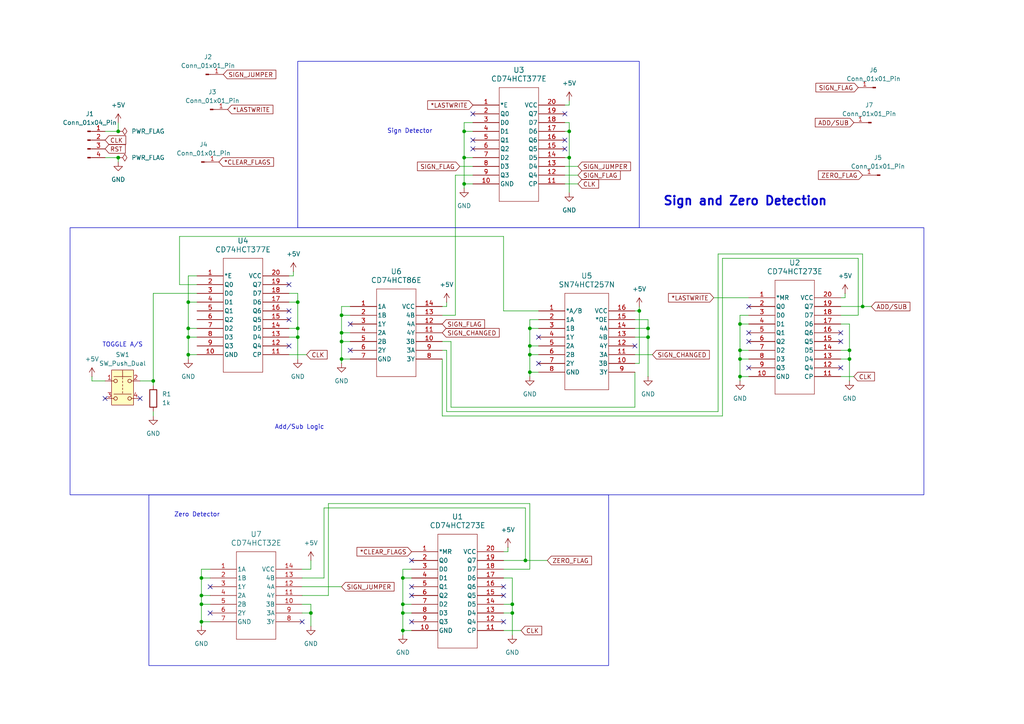
<source format=kicad_sch>
(kicad_sch (version 20231120) (generator "eeschema") (generator_version "8.0")
  (paper "A4")
  (lib_symbols
    (symbol "0_sign-zero-detection:CD74HCT273E" (pin_names (offset 0.254))
      (property "Reference" "U" (at 27.94 10.16 0))
      (property "Value" "CD74HCT273E" (at 27.94 7.62 0))
      (symbol "CD74HCT273E_0_1"
        (polyline (pts (xy 21.59 -27.94) (xy 33.02 -27.94)) (stroke (width 0.127)))
        (polyline (pts (xy 21.59 5.08) (xy 21.59 -27.94)) (stroke (width 0.127)))
        (polyline (pts (xy 33.02 -27.94) (xy 33.02 5.08)) (stroke (width 0.127)))
        (polyline (pts (xy 33.02 5.08) (xy 21.59 5.08)) (stroke (width 0.127)))
        (pin input line (at 13.97 0 0) (length 7.62) (name "*MR") (number "1"))
        (pin power_in line (at 13.97 -22.86 0) (length 7.62) (name "GND") (number "10"))
        (pin input line (at 40.64 -22.86 180) (length 7.62) (name "CP") (number "11"))
        (pin output line (at 40.64 -20.32 180) (length 7.62) (name "Q4") (number "12"))
        (pin input line (at 40.64 -17.78 180) (length 7.62) (name "D4") (number "13"))
        (pin input line (at 40.64 -15.24 180) (length 7.62) (name "D5") (number "14"))
        (pin output line (at 40.64 -12.7 180) (length 7.62) (name "Q5") (number "15"))
        (pin output line (at 40.64 -10.16 180) (length 7.62) (name "Q6") (number "16"))
        (pin input line (at 40.64 -7.62 180) (length 7.62) (name "D6") (number "17"))
        (pin input line (at 40.64 -5.08 180) (length 7.62) (name "D7") (number "18"))
        (pin output line (at 40.64 -2.54 180) (length 7.62) (name "Q7") (number "19"))
        (pin output line (at 13.97 -2.54 0) (length 7.62) (name "Q0") (number "2"))
        (pin power_in line (at 40.64 0 180) (length 7.62) (name "VCC") (number "20"))
        (pin input line (at 13.97 -5.08 0) (length 7.62) (name "D0") (number "3"))
        (pin input line (at 13.97 -7.62 0) (length 7.62) (name "D1") (number "4"))
        (pin output line (at 13.97 -10.16 0) (length 7.62) (name "Q1") (number "5"))
        (pin output line (at 13.97 -12.7 0) (length 7.62) (name "Q2") (number "6"))
        (pin input line (at 13.97 -15.24 0) (length 7.62) (name "D2") (number "7"))
        (pin input line (at 13.97 -17.78 0) (length 7.62) (name "D3") (number "8"))
        (pin output line (at 13.97 -20.32 0) (length 7.62) (name "Q3") (number "9"))
      )
    )
    (symbol "0_sign-zero-detection:CD74HCT32E" (pin_names (offset 0.254))
      (property "Reference" "U" (at 27.94 10.16 0))
      (property "Value" "CD74HCT32E" (at 27.94 7.62 0))
      (symbol "CD74HCT32E_0_1"
        (polyline (pts (xy 21.59 -20.32) (xy 33.02 -20.32)) (stroke (width 0.127)))
        (polyline (pts (xy 21.59 5.08) (xy 21.59 -20.32)) (stroke (width 0.127)))
        (polyline (pts (xy 33.02 -20.32) (xy 33.02 5.08)) (stroke (width 0.127)))
        (polyline (pts (xy 33.02 5.08) (xy 21.59 5.08)) (stroke (width 0.127)))
        (pin input line (at 13.97 0 0) (length 7.62) (name "1A") (number "1"))
        (pin input line (at 40.64 -10.16 180) (length 7.62) (name "3B") (number "10"))
        (pin output line (at 40.64 -7.62 180) (length 7.62) (name "4Y") (number "11"))
        (pin input line (at 40.64 -5.08 180) (length 7.62) (name "4A") (number "12"))
        (pin input line (at 40.64 -2.54 180) (length 7.62) (name "4B") (number "13"))
        (pin power_in line (at 40.64 0 180) (length 7.62) (name "VCC") (number "14"))
        (pin input line (at 13.97 -2.54 0) (length 7.62) (name "1B") (number "2"))
        (pin output line (at 13.97 -5.08 0) (length 7.62) (name "1Y") (number "3"))
        (pin input line (at 13.97 -7.62 0) (length 7.62) (name "2A") (number "4"))
        (pin input line (at 13.97 -10.16 0) (length 7.62) (name "2B") (number "5"))
        (pin output line (at 13.97 -12.7 0) (length 7.62) (name "2Y") (number "6"))
        (pin power_in line (at 13.97 -15.24 0) (length 7.62) (name "GND") (number "7"))
        (pin output line (at 40.64 -15.24 180) (length 7.62) (name "3Y") (number "8"))
        (pin input line (at 40.64 -12.7 180) (length 7.62) (name "3A") (number "9"))
      )
    )
    (symbol "0_sign-zero-detection:CD74HCT377E" (pin_names (offset 0.254))
      (property "Reference" "U" (at 27.94 10.16 0))
      (property "Value" "CD74HCT377E" (at 27.94 7.62 0))
      (symbol "CD74HCT377E_0_1"
        (polyline (pts (xy 21.59 -27.94) (xy 33.02 -27.94)) (stroke (width 0.127)))
        (polyline (pts (xy 21.59 5.08) (xy 21.59 -27.94)) (stroke (width 0.127)))
        (polyline (pts (xy 33.02 -27.94) (xy 33.02 5.08)) (stroke (width 0.127)))
        (polyline (pts (xy 33.02 5.08) (xy 21.59 5.08)) (stroke (width 0.127)))
        (pin input line (at 13.97 0 0) (length 7.62) (name "*E") (number "1"))
        (pin power_in line (at 13.97 -22.86 0) (length 7.62) (name "GND") (number "10"))
        (pin input line (at 40.64 -22.86 180) (length 7.62) (name "CP") (number "11"))
        (pin output line (at 40.64 -20.32 180) (length 7.62) (name "Q4") (number "12"))
        (pin input line (at 40.64 -17.78 180) (length 7.62) (name "D4") (number "13"))
        (pin input line (at 40.64 -15.24 180) (length 7.62) (name "D5") (number "14"))
        (pin output line (at 40.64 -12.7 180) (length 7.62) (name "Q5") (number "15"))
        (pin output line (at 40.64 -10.16 180) (length 7.62) (name "Q6") (number "16"))
        (pin input line (at 40.64 -7.62 180) (length 7.62) (name "D6") (number "17"))
        (pin input line (at 40.64 -5.08 180) (length 7.62) (name "D7") (number "18"))
        (pin output line (at 40.64 -2.54 180) (length 7.62) (name "Q7") (number "19"))
        (pin output line (at 13.97 -2.54 0) (length 7.62) (name "Q0") (number "2"))
        (pin power_in line (at 40.64 0 180) (length 7.62) (name "VCC") (number "20"))
        (pin input line (at 13.97 -5.08 0) (length 7.62) (name "D0") (number "3"))
        (pin input line (at 13.97 -7.62 0) (length 7.62) (name "D1") (number "4"))
        (pin output line (at 13.97 -10.16 0) (length 7.62) (name "Q1") (number "5"))
        (pin output line (at 13.97 -12.7 0) (length 7.62) (name "Q2") (number "6"))
        (pin input line (at 13.97 -15.24 0) (length 7.62) (name "D2") (number "7"))
        (pin input line (at 13.97 -17.78 0) (length 7.62) (name "D3") (number "8"))
        (pin output line (at 13.97 -20.32 0) (length 7.62) (name "Q3") (number "9"))
      )
    )
    (symbol "0_sign-zero-detection:CD74HCT86E" (pin_names (offset 0.254))
      (property "Reference" "U" (at 27.94 10.16 0))
      (property "Value" "CD74HCT86E" (at 27.94 7.62 0))
      (symbol "CD74HCT86E_0_1"
        (polyline (pts (xy 22.86 -20.32) (xy 34.29 -20.32)) (stroke (width 0.127)))
        (polyline (pts (xy 22.86 5.08) (xy 22.86 -20.32)) (stroke (width 0.127)))
        (polyline (pts (xy 34.29 -20.32) (xy 34.29 5.08)) (stroke (width 0.127)))
        (polyline (pts (xy 34.29 5.08) (xy 22.86 5.08)) (stroke (width 0.127)))
        (pin input line (at 15.24 0 0) (length 7.62) (name "1A") (number "1"))
        (pin input line (at 41.91 -10.16 180) (length 7.62) (name "3B") (number "10"))
        (pin output line (at 41.91 -7.62 180) (length 7.62) (name "4Y") (number "11"))
        (pin input line (at 41.91 -5.08 180) (length 7.62) (name "4A") (number "12"))
        (pin input line (at 41.91 -2.54 180) (length 7.62) (name "4B") (number "13"))
        (pin power_in line (at 41.91 0 180) (length 7.62) (name "VCC") (number "14"))
        (pin input line (at 15.24 -2.54 0) (length 7.62) (name "1B") (number "2"))
        (pin output line (at 15.24 -5.08 0) (length 7.62) (name "1Y") (number "3"))
        (pin input line (at 15.24 -7.62 0) (length 7.62) (name "2A") (number "4"))
        (pin input line (at 15.24 -10.16 0) (length 7.62) (name "2B") (number "5"))
        (pin output line (at 15.24 -12.7 0) (length 7.62) (name "2Y") (number "6"))
        (pin power_in line (at 15.24 -15.24 0) (length 7.62) (name "GND") (number "7"))
        (pin output line (at 41.91 -15.24 180) (length 7.62) (name "3Y") (number "8"))
        (pin input line (at 41.91 -12.7 180) (length 7.62) (name "3A") (number "9"))
      )
    )
    (symbol "0_sign-zero-detection:SN74HCT257N" (pin_names (offset 0.254))
      (property "Reference" "U" (at 27.94 10.16 0))
      (property "Value" "SN74HCT257N" (at 27.94 7.62 0))
      (symbol "SN74HCT257N_0_1"
        (polyline (pts (xy 20.32 -22.86) (xy 33.02 -22.86)) (stroke (width 0.127)))
        (polyline (pts (xy 20.32 5.08) (xy 20.32 -22.86)) (stroke (width 0.127)))
        (polyline (pts (xy 33.02 -22.86) (xy 33.02 5.08)) (stroke (width 0.127)))
        (polyline (pts (xy 33.02 5.08) (xy 20.32 5.08)) (stroke (width 0.127)))
        (pin input line (at 12.7 0 0) (length 7.62) (name "*A/B") (number "1"))
        (pin input line (at 40.64 -15.24 180) (length 7.62) (name "3B") (number "10"))
        (pin input line (at 40.64 -12.7 180) (length 7.62) (name "3A") (number "11"))
        (pin output line (at 40.64 -10.16 180) (length 7.62) (name "4Y") (number "12"))
        (pin input line (at 40.64 -7.62 180) (length 7.62) (name "4B") (number "13"))
        (pin input line (at 40.64 -5.08 180) (length 7.62) (name "4A") (number "14"))
        (pin input line (at 40.64 -2.54 180) (length 7.62) (name "*OE") (number "15"))
        (pin power_in line (at 40.64 0 180) (length 7.62) (name "VCC") (number "16"))
        (pin input line (at 12.7 -2.54 0) (length 7.62) (name "1A") (number "2"))
        (pin input line (at 12.7 -5.08 0) (length 7.62) (name "1B") (number "3"))
        (pin output line (at 12.7 -7.62 0) (length 7.62) (name "1Y") (number "4"))
        (pin input line (at 12.7 -10.16 0) (length 7.62) (name "2A") (number "5"))
        (pin input line (at 12.7 -12.7 0) (length 7.62) (name "2B") (number "6"))
        (pin output line (at 12.7 -15.24 0) (length 7.62) (name "2Y") (number "7"))
        (pin power_in line (at 12.7 -17.78 0) (length 7.62) (name "GND") (number "8"))
        (pin output line (at 40.64 -17.78 180) (length 7.62) (name "3Y") (number "9"))
      )
    )
    (symbol "Connector:Conn_01x01_Pin" (pin_names (offset 1.016) hide)
      (property "Reference" "J" (at 0 2.54 0))
      (property "Value" "Conn_01x01_Pin" (at 0 -2.54 0))
      (symbol "Conn_01x01_Pin_1_1"
        (polyline (pts (xy 1.27 0) (xy 0.8636 0)) (stroke (width 0.1524)))
        (rectangle (start 0.8636 0.127) (end 0 -0.127) (stroke (width 0.1524)) (fill (type outline)))
        (pin passive line (at 5.08 0 180) (length 3.81) (name "Pin_1") (number "1"))
      )
    )
    (symbol "Connector:Conn_01x04_Pin" (pin_names (offset 1.016) hide)
      (property "Reference" "J" (at 0 5.08 0))
      (property "Value" "Conn_01x04_Pin" (at 0 -7.62 0))
      (symbol "Conn_01x04_Pin_1_1"
        (polyline (pts (xy 1.27 -5.08) (xy 0.8636 -5.08)) (stroke (width 0.1524)))
        (polyline (pts (xy 1.27 -2.54) (xy 0.8636 -2.54)) (stroke (width 0.1524)))
        (polyline (pts (xy 1.27 0) (xy 0.8636 0)) (stroke (width 0.1524)))
        (polyline (pts (xy 1.27 2.54) (xy 0.8636 2.54)) (stroke (width 0.1524)))
        (rectangle (start 0.8636 -4.953) (end 0 -5.207) (stroke (width 0.1524)) (fill (type outline)))
        (rectangle (start 0.8636 -2.413) (end 0 -2.667) (stroke (width 0.1524)) (fill (type outline)))
        (rectangle (start 0.8636 0.127) (end 0 -0.127) (stroke (width 0.1524)) (fill (type outline)))
        (rectangle (start 0.8636 2.667) (end 0 2.413) (stroke (width 0.1524)) (fill (type outline)))
        (pin passive line (at 5.08 2.54 180) (length 3.81) (name "Pin_1") (number "1"))
        (pin passive line (at 5.08 0 180) (length 3.81) (name "Pin_2") (number "2"))
        (pin passive line (at 5.08 -2.54 180) (length 3.81) (name "Pin_3") (number "3"))
        (pin passive line (at 5.08 -5.08 180) (length 3.81) (name "Pin_4") (number "4"))
      )
    )
    (symbol "Device:R" (pin_numbers hide) (pin_names (offset 0))
      (property "Reference" "R" (at 2.032 0 90))
      (property "Value" "R" (at 0 0 90))
      (symbol "R_0_1"
        (rectangle (start -1.016 -2.54) (end 1.016 2.54) (stroke (width 0.254)))
      )
      (symbol "R_1_1"
        (pin passive line (at 0 3.81 270) (length 1.27) (name "~") (number "1"))
        (pin passive line (at 0 -3.81 90) (length 1.27) (name "~") (number "2"))
      )
    )
    (symbol "Switch:SW_Push_Dual" (pin_names (offset 1.016) hide)
      (property "Reference" "SW" (at 0 7.62 0))
      (property "Value" "SW_Push_Dual" (at 0 -6.35 0))
      (symbol "SW_Push_Dual_0_1"
        (circle (center -2.032 -2.54) (radius 0.508))
        (circle (center -2.032 2.54) (radius 0.508))
        (polyline (pts (xy 0 -0.508) (xy 0 -1.016)))
        (polyline (pts (xy 0 0.508) (xy 0 0)))
        (polyline (pts (xy 0 1.016) (xy 0 1.524)))
        (polyline (pts (xy 0 2.032) (xy 0 2.54)))
        (polyline (pts (xy 0 3.048) (xy 0 3.556)))
        (polyline (pts (xy 0 3.81) (xy 0 5.588)))
        (polyline (pts (xy 2.54 -1.27) (xy -2.54 -1.27)))
        (polyline (pts (xy 2.54 3.81) (xy -2.54 3.81)))
        (circle (center 2.032 -2.54) (radius 0.508))
        (circle (center 2.032 2.54) (radius 0.508))
        (pin passive line (at -5.08 2.54 0) (length 2.54) (name "1") (number "1"))
        (pin passive line (at 5.08 2.54 180) (length 2.54) (name "2") (number "2"))
        (pin passive line (at -5.08 -2.54 0) (length 2.54) (name "3") (number "3"))
        (pin passive line (at 5.08 -2.54 180) (length 2.54) (name "4") (number "4"))
      )
      (symbol "SW_Push_Dual_1_1"
        (rectangle (start -3.175 5.715) (end 3.175 -4.445) (fill (type background)))
      )
    )
    (symbol "power:+5V" (power) (pin_numbers hide) (pin_names (offset 0) hide)
      (property "Value" "+5V" (at 0 3.556 0))
      (symbol "+5V_0_1"
        (polyline (pts (xy -0.762 1.27) (xy 0 2.54)))
        (polyline (pts (xy 0 0) (xy 0 2.54)))
        (polyline (pts (xy 0 2.54) (xy 0.762 1.27)))
      )
      (symbol "+5V_1_1"
        (pin power_in line (at 0 0 90) (length 0) (name "~") (number "1"))
      )
    )
    (symbol "power:GND" (power) (pin_numbers hide) (pin_names (offset 0) hide)
      (property "Value" "GND" (at 0 -3.81 0))
      (symbol "GND_0_1"
        (polyline (pts (xy 0 0) (xy 0 -1.27) (xy 1.27 -1.27) (xy 0 -2.54) (xy -1.27 -1.27) (xy 0 -1.27)))
      )
      (symbol "GND_1_1"
        (pin power_in line (at 0 0 270) (length 0) (name "~") (number "1"))
      )
    )
    (symbol "power:PWR_FLAG" (power) (pin_numbers hide) (pin_names (offset 0) hide)
      (property "Value" "PWR_FLAG" (at 0 3.81 0))
      (symbol "PWR_FLAG_0_0"
        (pin power_out line (at 0 0 90) (length 0) (name "~") (number "1"))
      )
      (symbol "PWR_FLAG_0_1"
        (polyline (pts (xy 0 0) (xy 0 1.27) (xy -1.016 1.905) (xy 0 2.54) (xy 1.016 1.905) (xy 0 1.27)))
      )
    )
  )
  (junction (at 99.06 96.52))
  (junction (at 86.36 87.63))
  (junction (at 148.59 175.26))
  (junction (at 86.36 97.79))
  (junction (at 153.67 100.33))
  (junction (at 153.67 102.87))
  (junction (at 86.36 95.25))
  (junction (at 44.45 110.49))
  (junction (at 58.42 172.72))
  (junction (at 58.42 167.64))
  (junction (at 54.61 97.79))
  (junction (at 116.84 177.8))
  (junction (at 54.61 102.87))
  (junction (at 165.1 38.1))
  (junction (at 34.29 45.72))
  (junction (at 187.96 97.79))
  (junction (at 54.61 87.63))
  (junction (at 54.61 95.25))
  (junction (at 152.4 162.56))
  (junction (at 187.96 95.25))
  (junction (at 58.42 175.26))
  (junction (at 214.63 109.22))
  (junction (at 246.38 101.6))
  (junction (at 99.06 91.44))
  (junction (at 214.63 93.98))
  (junction (at 185.42 90.17))
  (junction (at 90.17 177.8))
  (junction (at 99.06 104.14))
  (junction (at 250.19 88.9))
  (junction (at 148.59 177.8))
  (junction (at 153.67 107.95))
  (junction (at 165.1 45.72))
  (junction (at 134.62 53.34))
  (junction (at 99.06 99.06))
  (junction (at 214.63 101.6))
  (junction (at 246.38 104.14))
  (junction (at 116.84 175.26))
  (junction (at 214.63 104.14))
  (junction (at 34.29 38.1))
  (junction (at 58.42 180.34))
  (junction (at 153.67 95.25))
  (junction (at 116.84 182.88))
  (junction (at 134.62 38.1))
  (junction (at 134.62 45.72))
  (junction (at 116.84 167.64))
  (no_connect (at 83.82 92.71))
  (no_connect (at 101.6 93.98))
  (no_connect (at 137.16 43.18))
  (no_connect (at 163.83 43.18))
  (no_connect (at 146.05 170.18))
  (no_connect (at 119.38 162.56))
  (no_connect (at 146.05 180.34))
  (no_connect (at 87.63 180.34))
  (no_connect (at 119.38 170.18))
  (no_connect (at 83.82 90.17))
  (no_connect (at 83.82 100.33))
  (no_connect (at 156.21 97.79))
  (no_connect (at 163.83 40.64))
  (no_connect (at 119.38 172.72))
  (no_connect (at 146.05 172.72))
  (no_connect (at 137.16 40.64))
  (no_connect (at 156.21 105.41))
  (no_connect (at 184.15 100.33))
  (no_connect (at 101.6 101.6))
  (no_connect (at 243.84 99.06))
  (no_connect (at 217.17 96.52))
  (no_connect (at 30.48 115.57))
  (no_connect (at 60.96 170.18))
  (no_connect (at 243.84 106.68))
  (no_connect (at 60.96 177.8))
  (no_connect (at 163.83 33.02))
  (no_connect (at 217.17 99.06))
  (no_connect (at 83.82 82.55))
  (no_connect (at 217.17 88.9))
  (no_connect (at 137.16 33.02))
  (no_connect (at 217.17 106.68))
  (no_connect (at 119.38 180.34))
  (no_connect (at 40.64 115.57))
  (no_connect (at 243.84 96.52))
  (wire (pts (xy 85.09 80.01) (xy 85.09 78.74)))
  (wire (pts (xy 58.42 167.64) (xy 60.96 167.64)))
  (wire (pts (xy 116.84 182.88) (xy 119.38 182.88)))
  (wire (pts (xy 58.42 180.34) (xy 58.42 181.61)))
  (wire (pts (xy 248.92 74.93) (xy 248.92 91.44)))
  (wire (pts (xy 87.63 172.72) (xy 95.25 172.72)))
  (wire (pts (xy 153.67 107.95) (xy 156.21 107.95)))
  (wire (pts (xy 57.15 82.55) (xy 52.07 82.55)))
  (wire (pts (xy 152.4 162.56) (xy 158.75 162.56)))
  (wire (pts (xy 184.15 92.71) (xy 187.96 92.71)))
  (wire (pts (xy 165.1 38.1) (xy 165.1 45.72)))
  (wire (pts (xy 165.1 55.88) (xy 165.1 45.72)))
  (wire (pts (xy 87.63 175.26) (xy 90.17 175.26)))
  (wire (pts (xy 90.17 175.26) (xy 90.17 177.8)))
  (wire (pts (xy 129.54 101.6) (xy 128.27 101.6)))
  (wire (pts (xy 163.83 35.56) (xy 165.1 35.56)))
  (wire (pts (xy 116.84 167.64) (xy 119.38 167.64)))
  (wire (pts (xy 54.61 97.79) (xy 57.15 97.79)))
  (wire (pts (xy 134.62 35.56) (xy 134.62 38.1)))
  (wire (pts (xy 54.61 87.63) (xy 57.15 87.63)))
  (wire (pts (xy 26.67 110.49) (xy 30.48 110.49)))
  (wire (pts (xy 83.82 97.79) (xy 86.36 97.79)))
  (wire (pts (xy 153.67 95.25) (xy 153.67 100.33)))
  (wire (pts (xy 153.67 102.87) (xy 153.67 107.95)))
  (wire (pts (xy 87.63 177.8) (xy 90.17 177.8)))
  (wire (pts (xy 116.84 175.26) (xy 119.38 175.26)))
  (wire (pts (xy 99.06 96.52) (xy 99.06 99.06)))
  (wire (pts (xy 250.19 88.9) (xy 252.73 88.9)))
  (wire (pts (xy 58.42 175.26) (xy 60.96 175.26)))
  (wire (pts (xy 83.82 80.01) (xy 85.09 80.01)))
  (wire (pts (xy 214.63 104.14) (xy 214.63 109.22)))
  (wire (pts (xy 52.07 68.58) (xy 146.05 68.58)))
  (wire (pts (xy 58.42 180.34) (xy 60.96 180.34)))
  (wire (pts (xy 88.9 102.87) (xy 83.82 102.87)))
  (wire (pts (xy 99.06 170.18) (xy 87.63 170.18)))
  (wire (pts (xy 99.06 104.14) (xy 101.6 104.14)))
  (wire (pts (xy 185.42 90.17) (xy 185.42 105.41)))
  (wire (pts (xy 54.61 95.25) (xy 57.15 95.25)))
  (wire (pts (xy 58.42 172.72) (xy 58.42 175.26)))
  (wire (pts (xy 99.06 88.9) (xy 99.06 91.44)))
  (wire (pts (xy 208.28 119.38) (xy 129.54 119.38)))
  (wire (pts (xy 130.81 99.06) (xy 128.27 99.06)))
  (wire (pts (xy 207.01 86.36) (xy 217.17 86.36)))
  (wire (pts (xy 184.15 97.79) (xy 187.96 97.79)))
  (wire (pts (xy 146.05 68.58) (xy 146.05 90.17)))
  (wire (pts (xy 134.62 45.72) (xy 134.62 53.34)))
  (wire (pts (xy 153.67 92.71) (xy 153.67 95.25)))
  (wire (pts (xy 95.25 172.72) (xy 95.25 146.05)))
  (wire (pts (xy 54.61 102.87) (xy 54.61 104.14)))
  (wire (pts (xy 128.27 120.65) (xy 209.55 120.65)))
  (wire (pts (xy 165.1 30.48) (xy 165.1 29.21)))
  (wire (pts (xy 129.54 88.9) (xy 129.54 87.63)))
  (wire (pts (xy 153.67 146.05) (xy 153.67 165.1)))
  (wire (pts (xy 93.98 147.32) (xy 93.98 167.64)))
  (wire (pts (xy 243.84 86.36) (xy 245.11 86.36)))
  (wire (pts (xy 147.32 160.02) (xy 147.32 158.75)))
  (wire (pts (xy 90.17 177.8) (xy 90.17 181.61)))
  (wire (pts (xy 208.28 73.66) (xy 208.28 119.38)))
  (wire (pts (xy 214.63 101.6) (xy 214.63 104.14)))
  (wire (pts (xy 95.25 146.05) (xy 153.67 146.05)))
  (wire (pts (xy 58.42 172.72) (xy 60.96 172.72)))
  (wire (pts (xy 134.62 38.1) (xy 137.16 38.1)))
  (wire (pts (xy 116.84 165.1) (xy 116.84 167.64)))
  (wire (pts (xy 153.67 95.25) (xy 156.21 95.25)))
  (wire (pts (xy 26.67 110.49) (xy 26.67 109.22)))
  (wire (pts (xy 83.82 87.63) (xy 86.36 87.63)))
  (wire (pts (xy 184.15 90.17) (xy 185.42 90.17)))
  (wire (pts (xy 187.96 92.71) (xy 187.96 95.25)))
  (wire (pts (xy 184.15 105.41) (xy 185.42 105.41)))
  (wire (pts (xy 133.35 48.26) (xy 137.16 48.26)))
  (wire (pts (xy 134.62 53.34) (xy 137.16 53.34)))
  (wire (pts (xy 116.84 175.26) (xy 116.84 177.8)))
  (wire (pts (xy 165.1 35.56) (xy 165.1 38.1)))
  (wire (pts (xy 153.67 107.95) (xy 153.67 109.22)))
  (wire (pts (xy 248.92 91.44) (xy 243.84 91.44)))
  (wire (pts (xy 99.06 104.14) (xy 99.06 105.41)))
  (wire (pts (xy 214.63 104.14) (xy 217.17 104.14)))
  (wire (pts (xy 243.84 104.14) (xy 246.38 104.14)))
  (wire (pts (xy 167.64 48.26) (xy 163.83 48.26)))
  (wire (pts (xy 214.63 109.22) (xy 217.17 109.22)))
  (wire (pts (xy 153.67 100.33) (xy 153.67 102.87)))
  (wire (pts (xy 99.06 99.06) (xy 101.6 99.06)))
  (wire (pts (xy 86.36 87.63) (xy 86.36 95.25)))
  (wire (pts (xy 90.17 165.1) (xy 87.63 165.1)))
  (wire (pts (xy 93.98 167.64) (xy 87.63 167.64)))
  (wire (pts (xy 214.63 93.98) (xy 214.63 101.6)))
  (wire (pts (xy 214.63 101.6) (xy 217.17 101.6)))
  (wire (pts (xy 30.48 45.72) (xy 34.29 45.72)))
  (wire (pts (xy 184.15 95.25) (xy 187.96 95.25)))
  (wire (pts (xy 163.83 38.1) (xy 165.1 38.1)))
  (wire (pts (xy 128.27 88.9) (xy 129.54 88.9)))
  (wire (pts (xy 156.21 92.71) (xy 153.67 92.71)))
  (wire (pts (xy 116.84 182.88) (xy 116.84 184.15)))
  (wire (pts (xy 134.62 53.34) (xy 134.62 54.61)))
  (wire (pts (xy 58.42 167.64) (xy 58.42 172.72)))
  (wire (pts (xy 187.96 97.79) (xy 187.96 109.22)))
  (wire (pts (xy 250.19 73.66) (xy 250.19 88.9)))
  (wire (pts (xy 44.45 85.09) (xy 57.15 85.09)))
  (wire (pts (xy 54.61 95.25) (xy 54.61 97.79)))
  (wire (pts (xy 146.05 167.64) (xy 148.59 167.64)))
  (wire (pts (xy 152.4 147.32) (xy 93.98 147.32)))
  (wire (pts (xy 119.38 165.1) (xy 116.84 165.1)))
  (wire (pts (xy 116.84 177.8) (xy 119.38 177.8)))
  (wire (pts (xy 86.36 97.79) (xy 86.36 104.14)))
  (wire (pts (xy 151.13 182.88) (xy 146.05 182.88)))
  (wire (pts (xy 153.67 102.87) (xy 156.21 102.87)))
  (wire (pts (xy 184.15 107.95) (xy 184.15 118.11)))
  (wire (pts (xy 217.17 91.44) (xy 214.63 91.44)))
  (wire (pts (xy 129.54 119.38) (xy 129.54 101.6)))
  (wire (pts (xy 44.45 120.65) (xy 44.45 119.38)))
  (wire (pts (xy 99.06 96.52) (xy 101.6 96.52)))
  (wire (pts (xy 152.4 162.56) (xy 152.4 147.32)))
  (wire (pts (xy 148.59 175.26) (xy 148.59 177.8)))
  (wire (pts (xy 146.05 162.56) (xy 152.4 162.56)))
  (wire (pts (xy 30.48 38.1) (xy 34.29 38.1)))
  (wire (pts (xy 128.27 104.14) (xy 128.27 120.65)))
  (wire (pts (xy 99.06 91.44) (xy 101.6 91.44)))
  (wire (pts (xy 165.1 45.72) (xy 163.83 45.72)))
  (wire (pts (xy 134.62 38.1) (xy 134.62 45.72)))
  (wire (pts (xy 146.05 177.8) (xy 148.59 177.8)))
  (wire (pts (xy 58.42 165.1) (xy 58.42 167.64)))
  (wire (pts (xy 246.38 101.6) (xy 246.38 104.14)))
  (wire (pts (xy 185.42 90.17) (xy 185.42 88.9)))
  (wire (pts (xy 243.84 88.9) (xy 250.19 88.9)))
  (wire (pts (xy 99.06 99.06) (xy 99.06 104.14)))
  (wire (pts (xy 58.42 175.26) (xy 58.42 180.34)))
  (wire (pts (xy 54.61 87.63) (xy 54.61 95.25)))
  (wire (pts (xy 153.67 165.1) (xy 146.05 165.1)))
  (wire (pts (xy 132.08 91.44) (xy 128.27 91.44)))
  (wire (pts (xy 214.63 109.22) (xy 214.63 110.49)))
  (wire (pts (xy 52.07 82.55) (xy 52.07 68.58)))
  (wire (pts (xy 184.15 118.11) (xy 130.81 118.11)))
  (wire (pts (xy 134.62 45.72) (xy 137.16 45.72)))
  (wire (pts (xy 146.05 175.26) (xy 148.59 175.26)))
  (wire (pts (xy 44.45 85.09) (xy 44.45 110.49)))
  (wire (pts (xy 163.83 30.48) (xy 165.1 30.48)))
  (wire (pts (xy 209.55 74.93) (xy 248.92 74.93)))
  (wire (pts (xy 83.82 85.09) (xy 86.36 85.09)))
  (wire (pts (xy 209.55 120.65) (xy 209.55 74.93)))
  (wire (pts (xy 132.08 50.8) (xy 132.08 91.44)))
  (wire (pts (xy 167.64 53.34) (xy 163.83 53.34)))
  (wire (pts (xy 247.65 109.22) (xy 243.84 109.22)))
  (wire (pts (xy 153.67 100.33) (xy 156.21 100.33)))
  (wire (pts (xy 137.16 50.8) (xy 132.08 50.8)))
  (wire (pts (xy 40.64 110.49) (xy 44.45 110.49)))
  (wire (pts (xy 90.17 162.56) (xy 90.17 165.1)))
  (wire (pts (xy 101.6 88.9) (xy 99.06 88.9)))
  (wire (pts (xy 86.36 95.25) (xy 86.36 97.79)))
  (wire (pts (xy 189.23 102.87) (xy 184.15 102.87)))
  (wire (pts (xy 99.06 91.44) (xy 99.06 96.52)))
  (wire (pts (xy 60.96 165.1) (xy 58.42 165.1)))
  (wire (pts (xy 57.15 80.01) (xy 54.61 80.01)))
  (wire (pts (xy 214.63 91.44) (xy 214.63 93.98)))
  (wire (pts (xy 146.05 160.02) (xy 147.32 160.02)))
  (wire (pts (xy 54.61 97.79) (xy 54.61 102.87)))
  (wire (pts (xy 246.38 104.14) (xy 246.38 110.49)))
  (wire (pts (xy 44.45 110.49) (xy 44.45 111.76)))
  (wire (pts (xy 243.84 101.6) (xy 246.38 101.6)))
  (wire (pts (xy 83.82 95.25) (xy 86.36 95.25)))
  (wire (pts (xy 34.29 46.99) (xy 34.29 45.72)))
  (wire (pts (xy 245.11 86.36) (xy 245.11 85.09)))
  (wire (pts (xy 167.64 50.8) (xy 163.83 50.8)))
  (wire (pts (xy 148.59 167.64) (xy 148.59 175.26)))
  (wire (pts (xy 243.84 93.98) (xy 246.38 93.98)))
  (wire (pts (xy 137.16 35.56) (xy 134.62 35.56)))
  (wire (pts (xy 86.36 85.09) (xy 86.36 87.63)))
  (wire (pts (xy 214.63 93.98) (xy 217.17 93.98)))
  (wire (pts (xy 246.38 93.98) (xy 246.38 101.6)))
  (wire (pts (xy 116.84 167.64) (xy 116.84 175.26)))
  (wire (pts (xy 148.59 177.8) (xy 148.59 184.15)))
  (wire (pts (xy 208.28 73.66) (xy 250.19 73.66)))
  (wire (pts (xy 156.21 90.17) (xy 146.05 90.17)))
  (wire (pts (xy 116.84 177.8) (xy 116.84 182.88)))
  (wire (pts (xy 54.61 80.01) (xy 54.61 87.63)))
  (wire (pts (xy 34.29 35.56) (xy 34.29 38.1)))
  (wire (pts (xy 187.96 95.25) (xy 187.96 97.79)))
  (wire (pts (xy 130.81 118.11) (xy 130.81 99.06)))
  (wire (pts (xy 54.61 102.87) (xy 57.15 102.87)))
  (rectangle (start 20.32 66.04) (end 267.97 143.51))
  (rectangle (start 86.36 17.78) (end 185.42 66.04))
  (rectangle (start 43.18 143.51) (end 176.53 193.04))
  (text "Sign Detector" (at 118.872 38.1 0) (effects (font (size 1.27 1.27))))
  (text "Zero Detector" (at 57.15 149.352 0) (effects (font (size 1.27 1.27))))
  (text "Sign and Zero Detection" (at 216.154 58.42 0) (effects (font (size 2.54 2.54) (thickness 0.508) (bold yes))))
  (text "Add/Sub Logic" (at 86.868 123.952 0) (effects (font (size 1.27 1.27))))
  (text "TOGGLE A/S" (at 35.56 100.076 0) (effects (font (size 1.27 1.27))))
  (global_label "CLK" (shape input) (at 30.48 40.64 0) (property "Intersheetrefs" "${INTERSHEET_REFS}" (effects (hide yes))))
  (global_label "CLK" (shape input) (at 151.13 182.88 0) (property "Intersheetrefs" "${INTERSHEET_REFS}" (effects (hide yes))))
  (global_label "ZERO_FLAG" (shape input) (at 158.75 162.56 0) (property "Intersheetrefs" "${INTERSHEET_REFS}" (effects (hide yes))))
  (global_label "CLK" (shape input) (at 88.9 102.87 0) (property "Intersheetrefs" "${INTERSHEET_REFS}" (effects (hide yes))))
  (global_label "CLK" (shape input) (at 247.65 109.22 0) (property "Intersheetrefs" "${INTERSHEET_REFS}" (effects (hide yes))))
  (global_label "*LASTWRITE" (shape input) (at 207.01 86.36 180) (property "Intersheetrefs" "${INTERSHEET_REFS}" (effects (hide yes))))
  (global_label "SIGN_CHANGED" (shape input) (at 128.27 96.52 0) (property "Intersheetrefs" "${INTERSHEET_REFS}" (effects (hide yes))))
  (global_label "*LASTWRITE" (shape input) (at 66.04 31.75 0) (property "Intersheetrefs" "${INTERSHEET_REFS}" (effects (hide yes))))
  (global_label "RST" (shape input) (at 30.48 43.18 0) (property "Intersheetrefs" "${INTERSHEET_REFS}" (effects (hide yes))))
  (global_label "*CLEAR_FLAGS" (shape input) (at 119.38 160.02 180) (property "Intersheetrefs" "${INTERSHEET_REFS}" (effects (hide yes))))
  (global_label "SIGN_CHANGED" (shape input) (at 189.23 102.87 0) (property "Intersheetrefs" "${INTERSHEET_REFS}" (effects (hide yes))))
  (global_label "SIGN_FLAG" (shape input) (at 133.35 48.26 180) (property "Intersheetrefs" "${INTERSHEET_REFS}" (effects (hide yes))))
  (global_label "CLK" (shape input) (at 167.64 53.34 0) (property "Intersheetrefs" "${INTERSHEET_REFS}" (effects (hide yes))))
  (global_label "SIGN_FLAG" (shape input) (at 167.64 50.8 0) (property "Intersheetrefs" "${INTERSHEET_REFS}" (effects (hide yes))))
  (global_label "*CLEAR_FLAGS" (shape input) (at 63.5 46.99 0) (property "Intersheetrefs" "${INTERSHEET_REFS}" (effects (hide yes))))
  (global_label "SIGN_JUMPER" (shape input) (at 64.77 21.59 0) (property "Intersheetrefs" "${INTERSHEET_REFS}" (effects (hide yes))))
  (global_label "SIGN_FLAG" (shape input) (at 128.27 93.98 0) (property "Intersheetrefs" "${INTERSHEET_REFS}" (effects (hide yes))))
  (global_label "ADD{slash}SUB" (shape input) (at 252.73 88.9 0) (property "Intersheetrefs" "${INTERSHEET_REFS}" (effects (hide yes))))
  (global_label "ADD{slash}SUB" (shape input) (at 247.65 35.56 180) (property "Intersheetrefs" "${INTERSHEET_REFS}" (effects (hide yes))))
  (global_label "SIGN_FLAG" (shape input) (at 248.92 25.4 180) (property "Intersheetrefs" "${INTERSHEET_REFS}" (effects (hide yes))))
  (global_label "ZERO_FLAG" (shape input) (at 250.19 50.8 180) (property "Intersheetrefs" "${INTERSHEET_REFS}" (effects (hide yes))))
  (global_label "*LASTWRITE" (shape input) (at 137.16 30.48 180) (property "Intersheetrefs" "${INTERSHEET_REFS}" (effects (hide yes))))
  (global_label "SIGN_JUMPER" (shape input) (at 99.06 170.18 0) (property "Intersheetrefs" "${INTERSHEET_REFS}" (effects (hide yes))))
  (global_label "SIGN_JUMPER" (shape input) (at 167.64 48.26 0) (property "Intersheetrefs" "${INTERSHEET_REFS}" (effects (hide yes))))
  (symbol (lib_id "Connector:Conn_01x04_Pin") (at 25.4 40.64 0) (unit 1)
    (property "Reference" "J1" (at 26.035 33.02 0))
    (property "Value" "Conn_01x04_Pin" (at 26.035 35.56 0))
    (property "Footprint" "Connector_PinHeader_2.54mm:PinHeader_1x04_P2.54mm_Vertical" (effects (hide yes)))
    (property "Description" "Generic connector, single row, 01x04, script generated" (effects (hide yes)))
    (property "Part No" "C2691448" (effects (hide yes)))
    (property "Link" "https://www.lcsc.com/product-detail/Pin-Headers_XFCN-PZ254V-11-04P_C2691448.html" (effects (hide yes)))
    (property "LCSC" "C2691448" (effects (hide yes)))
  )
  (symbol (lib_id "Connector:Conn_01x01_Pin") (at 60.96 31.75 0) (unit 1)
    (property "Reference" "J3" (at 61.595 26.67 0))
    (property "Value" "Conn_01x01_Pin" (at 61.595 29.21 0))
    (property "Description" "Generic connector, single row, 01x01, script generated" (effects (hide yes)))
  )
  (symbol (lib_id "power:GND") (at 134.62 54.61 0) (unit 1)
    (property "Reference" "#PWR03" (effects (hide yes)))
    (property "Value" "GND" (at 134.62 59.69 0))
    (property "Description" "Power symbol creates a global label with name \"GND\" , ground" (effects (hide yes)))
  )
  (symbol (lib_id "0_sign-zero-detection:CD74HCT32E") (at 46.99 165.1 0) (unit 1)
    (property "Reference" "U7" (at 74.295 154.94 0) (effects (font (size 1.524 1.524))))
    (property "Value" "CD74HCT32E" (at 74.295 157.48 0) (effects (font (size 1.524 1.524))))
    (property "Footprint" "N14" (effects (hide yes)))
    (property "Datasheet" "CD74HCT32E" (effects (hide yes)))
  )
  (symbol (lib_id "Connector:Conn_01x01_Pin") (at 59.69 21.59 0) (unit 1)
    (property "Reference" "J2" (at 60.325 16.51 0))
    (property "Value" "Conn_01x01_Pin" (at 60.325 19.05 0))
    (property "Description" "Generic connector, single row, 01x01, script generated" (effects (hide yes)))
  )
  (symbol (lib_id "0_sign-zero-detection:CD74HCT377E") (at 123.19 30.48 0) (unit 1)
    (property "Reference" "U3" (at 150.495 20.32 0) (effects (font (size 1.524 1.524))))
    (property "Value" "CD74HCT377E" (at 150.495 22.86 0) (effects (font (size 1.524 1.524))))
    (property "Footprint" "N20" (effects (hide yes)))
    (property "Datasheet" "CD74HCT377E" (effects (hide yes)))
  )
  (symbol (lib_id "power:+5V") (at 165.1 29.21 0) (unit 1)
    (property "Reference" "#PWR04" (effects (hide yes)))
    (property "Value" "+5V" (at 165.1 24.13 0))
    (property "Description" "Power symbol creates a global label with name \"+5V\"" (effects (hide yes)))
  )
  (symbol (lib_id "0_sign-zero-detection:CD74HCT86E") (at 86.36 88.9 0) (unit 1)
    (property "Reference" "U6" (at 114.935 78.74 0) (effects (font (size 1.524 1.524))))
    (property "Value" "CD74HCT86E" (at 114.935 81.28 0) (effects (font (size 1.524 1.524))))
    (property "Footprint" "N14" (effects (hide yes)))
    (property "Datasheet" "CD74HCT86E" (effects (hide yes)))
  )
  (symbol (lib_id "power:GND") (at 90.17 181.61 0) (unit 1)
    (property "Reference" "#PWR023" (effects (hide yes)))
    (property "Value" "GND" (at 90.17 186.69 0))
    (property "Description" "Power symbol creates a global label with name \"GND\" , ground" (effects (hide yes)))
  )
  (symbol (lib_id "power:+5V") (at 129.54 87.63 0) (unit 1)
    (property "Reference" "#PWR08" (effects (hide yes)))
    (property "Value" "+5V" (at 129.54 82.55 0))
    (property "Description" "Power symbol creates a global label with name \"+5V\"" (effects (hide yes)))
  )
  (symbol (lib_id "power:+5V") (at 26.67 109.22 0) (mirror y) (unit 1)
    (property "Reference" "#PWR020" (effects (hide yes)))
    (property "Value" "+5V" (at 26.67 104.14 0))
    (property "Description" "Power symbol creates a global label with name \"+5V\"" (effects (hide yes)))
  )
  (symbol (lib_id "power:+5V") (at 34.29 35.56 0) (unit 1)
    (property "Reference" "#PWR01" (effects (hide yes)))
    (property "Value" "+5V" (at 34.29 30.48 0))
    (property "Description" "Power symbol creates a global label with name \"+5V\"" (effects (hide yes)))
  )
  (symbol (lib_id "power:GND") (at 165.1 55.88 0) (unit 1)
    (property "Reference" "#PWR017" (effects (hide yes)))
    (property "Value" "GND" (at 165.1 60.96 0))
    (property "Description" "Power symbol creates a global label with name \"GND\" , ground" (effects (hide yes)))
  )
  (symbol (lib_id "power:+5V") (at 245.11 85.09 0) (unit 1)
    (property "Reference" "#PWR06" (effects (hide yes)))
    (property "Value" "+5V" (at 245.11 80.01 0))
    (property "Description" "Power symbol creates a global label with name \"+5V\"" (effects (hide yes)))
  )
  (symbol (lib_id "power:GND") (at 44.45 120.65 0) (unit 1)
    (property "Reference" "#PWR021" (effects (hide yes)))
    (property "Value" "GND" (at 44.45 125.73 0))
    (property "Description" "Power symbol creates a global label with name \"GND\" , ground" (effects (hide yes)))
  )
  (symbol (lib_id "power:GND") (at 153.67 109.22 0) (unit 1)
    (property "Reference" "#PWR015" (effects (hide yes)))
    (property "Value" "GND" (at 153.67 114.3 0))
    (property "Description" "Power symbol creates a global label with name \"GND\" , ground" (effects (hide yes)))
  )
  (symbol (lib_id "power:PWR_FLAG") (at 34.29 38.1 270) (mirror x) (unit 1)
    (property "Reference" "#FLG01" (effects (hide yes)))
    (property "Value" "PWR_FLAG" (at 38.1 38.0999 90) (effects (justify left)))
    (property "Description" "Special symbol for telling ERC where power comes from" (effects (hide yes)))
  )
  (symbol (lib_id "power:GND") (at 99.06 105.41 0) (unit 1)
    (property "Reference" "#PWR013" (effects (hide yes)))
    (property "Value" "GND" (at 99.06 110.49 0))
    (property "Description" "Power symbol creates a global label with name \"GND\" , ground" (effects (hide yes)))
  )
  (symbol (lib_id "Connector:Conn_01x01_Pin") (at 255.27 50.8 0) (mirror y) (unit 1)
    (property "Reference" "J5" (at 254.635 45.72 0))
    (property "Value" "Conn_01x01_Pin" (at 254.635 48.26 0))
    (property "Description" "Generic connector, single row, 01x01, script generated" (effects (hide yes)))
  )
  (symbol (lib_id "power:GND") (at 58.42 181.61 0) (unit 1)
    (property "Reference" "#PWR016" (effects (hide yes)))
    (property "Value" "GND" (at 58.42 186.69 0))
    (property "Description" "Power symbol creates a global label with name \"GND\" , ground" (effects (hide yes)))
  )
  (symbol (lib_id "power:GND") (at 116.84 184.15 0) (unit 1)
    (property "Reference" "#PWR011" (effects (hide yes)))
    (property "Value" "GND" (at 116.84 189.23 0))
    (property "Description" "Power symbol creates a global label with name \"GND\" , ground" (effects (hide yes)))
  )
  (symbol (lib_id "power:GND") (at 54.61 104.14 0) (unit 1)
    (property "Reference" "#PWR014" (effects (hide yes)))
    (property "Value" "GND" (at 54.61 109.22 0))
    (property "Description" "Power symbol creates a global label with name \"GND\" , ground" (effects (hide yes)))
  )
  (symbol (lib_id "power:GND") (at 187.96 109.22 0) (mirror y) (unit 1)
    (property "Reference" "#PWR018" (effects (hide yes)))
    (property "Value" "GND" (at 187.96 114.3 0))
    (property "Description" "Power symbol creates a global label with name \"GND\" , ground" (effects (hide yes)))
  )
  (symbol (lib_id "Connector:Conn_01x01_Pin") (at 254 25.4 0) (mirror y) (unit 1)
    (property "Reference" "J6" (at 253.365 20.32 0))
    (property "Value" "Conn_01x01_Pin" (at 253.365 22.86 0))
    (property "Description" "Generic connector, single row, 01x01, script generated" (effects (hide yes)))
  )
  (symbol (lib_id "power:+5V") (at 85.09 78.74 0) (unit 1)
    (property "Reference" "#PWR07" (effects (hide yes)))
    (property "Value" "+5V" (at 85.09 73.66 0))
    (property "Description" "Power symbol creates a global label with name \"+5V\"" (effects (hide yes)))
  )
  (symbol (lib_id "0_sign-zero-detection:SN74HCT257N") (at 143.51 90.17 0) (unit 1)
    (property "Reference" "U5" (at 170.18 80.01 0) (effects (font (size 1.524 1.524))))
    (property "Value" "SN74HCT257N" (at 170.18 82.55 0) (effects (font (size 1.524 1.524))))
    (property "Footprint" "N16" (effects (hide yes)))
    (property "Datasheet" "SN74HCT257N" (effects (hide yes)))
  )
  (symbol (lib_id "power:GND") (at 148.59 184.15 0) (unit 1)
    (property "Reference" "#PWR024" (effects (hide yes)))
    (property "Value" "GND" (at 148.59 189.23 0))
    (property "Description" "Power symbol creates a global label with name \"GND\" , ground" (effects (hide yes)))
  )
  (symbol (lib_id "0_sign-zero-detection:CD74HCT377E") (at 43.18 80.01 0) (unit 1)
    (property "Reference" "U4" (at 70.485 69.85 0) (effects (font (size 1.524 1.524))))
    (property "Value" "CD74HCT377E" (at 70.485 72.39 0) (effects (font (size 1.524 1.524))))
    (property "Footprint" "N20" (effects (hide yes)))
    (property "Datasheet" "CD74HCT377E" (effects (hide yes)))
  )
  (symbol (lib_id "power:GND") (at 246.38 110.49 0) (unit 1)
    (property "Reference" "#PWR019" (effects (hide yes)))
    (property "Value" "GND" (at 246.38 115.57 0))
    (property "Description" "Power symbol creates a global label with name \"GND\" , ground" (effects (hide yes)))
  )
  (symbol (lib_id "power:+5V") (at 185.42 88.9 0) (unit 1)
    (property "Reference" "#PWR09" (effects (hide yes)))
    (property "Value" "+5V" (at 185.42 83.82 0))
    (property "Description" "Power symbol creates a global label with name \"+5V\"" (effects (hide yes)))
  )
  (symbol (lib_id "0_sign-zero-detection:CD74HCT273E") (at 203.2 86.36 0) (unit 1)
    (property "Reference" "U2" (at 230.505 76.2 0) (effects (font (size 1.524 1.524))))
    (property "Value" "CD74HCT273E" (at 230.505 78.74 0) (effects (font (size 1.524 1.524))))
    (property "Footprint" "N20" (effects (hide yes)))
    (property "Datasheet" "CD74HCT273E" (effects (hide yes)))
  )
  (symbol (lib_id "power:PWR_FLAG") (at 34.29 45.72 270) (unit 1)
    (property "Reference" "#FLG02" (effects (hide yes)))
    (property "Value" "PWR_FLAG" (at 38.1 45.7201 90) (effects (justify left)))
    (property "Description" "Special symbol for telling ERC where power comes from" (effects (hide yes)))
  )
  (symbol (lib_id "Connector:Conn_01x01_Pin") (at 58.42 46.99 0) (unit 1)
    (property "Reference" "J4" (at 59.055 41.91 0))
    (property "Value" "Conn_01x01_Pin" (at 59.055 44.45 0))
    (property "Description" "Generic connector, single row, 01x01, script generated" (effects (hide yes)))
  )
  (symbol (lib_id "Connector:Conn_01x01_Pin") (at 252.73 35.56 0) (mirror y) (unit 1)
    (property "Reference" "J7" (at 252.095 30.48 0))
    (property "Value" "Conn_01x01_Pin" (at 252.095 33.02 0))
    (property "Description" "Generic connector, single row, 01x01, script generated" (effects (hide yes)))
  )
  (symbol (lib_id "Device:R") (at 44.45 115.57 0) (unit 1)
    (property "Reference" "R1" (at 46.99 114.2999 0) (effects (justify left)))
    (property "Value" "1k" (at 46.99 116.8399 0) (effects (justify left)))
    (property "Description" "Resistor" (effects (hide yes)))
  )
  (symbol (lib_id "power:+5V") (at 147.32 158.75 0) (unit 1)
    (property "Reference" "#PWR05" (effects (hide yes)))
    (property "Value" "+5V" (at 147.32 153.67 0))
    (property "Description" "Power symbol creates a global label with name \"+5V\"" (effects (hide yes)))
  )
  (symbol (lib_id "power:+5V") (at 90.17 162.56 0) (unit 1)
    (property "Reference" "#PWR010" (effects (hide yes)))
    (property "Value" "+5V" (at 90.17 157.48 0))
    (property "Description" "Power symbol creates a global label with name \"+5V\"" (effects (hide yes)))
  )
  (symbol (lib_id "power:GND") (at 34.29 46.99 0) (unit 1)
    (property "Reference" "#PWR02" (effects (hide yes)))
    (property "Value" "GND" (at 34.29 52.07 0))
    (property "Description" "Power symbol creates a global label with name \"GND\" , ground" (effects (hide yes)))
  )
  (symbol (lib_id "0_sign-zero-detection:CD74HCT273E") (at 105.41 160.02 0) (unit 1)
    (property "Reference" "U1" (at 132.715 149.86 0) (effects (font (size 1.524 1.524))))
    (property "Value" "CD74HCT273E" (at 132.715 152.4 0) (effects (font (size 1.524 1.524))))
    (property "Footprint" "N20" (effects (hide yes)))
    (property "Datasheet" "CD74HCT273E" (effects (hide yes)))
  )
  (symbol (lib_id "Switch:SW_Push_Dual") (at 35.56 113.03 0) (unit 1)
    (property "Reference" "SW1" (at 35.56 102.87 0))
    (property "Value" "SW_Push_Dual" (at 35.56 105.41 0))
    (property "Description" "Push button switch, generic, symbol, four pins" (effects (hide yes)))
  )
  (symbol (lib_id "power:GND") (at 214.63 110.49 0) (unit 1)
    (property "Reference" "#PWR012" (effects (hide yes)))
    (property "Value" "GND" (at 214.63 115.57 0))
    (property "Description" "Power symbol creates a global label with name \"GND\" , ground" (effects (hide yes)))
  )
  (symbol (lib_id "power:GND") (at 86.36 104.14 0) (unit 1)
    (property "Reference" "#PWR022" (effects (hide yes)))
    (property "Value" "GND" (at 86.36 109.22 0))
    (property "Description" "Power symbol creates a global label with name \"GND\" , ground" (effects (hide yes)))
  )
)
</source>
